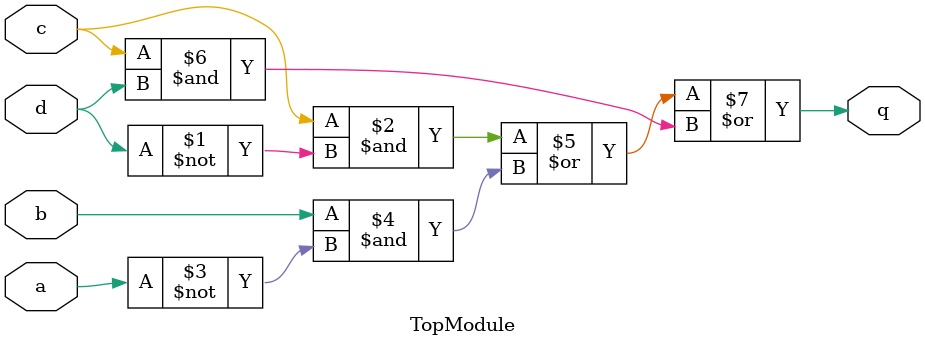
<source format=sv>
module TopModule(
    input logic a,
    input logic b,
    input logic c,
    input logic d,
    output logic q
);

    assign q = (c & ~d) | (b & ~a) | (c & d);

endmodule
</source>
